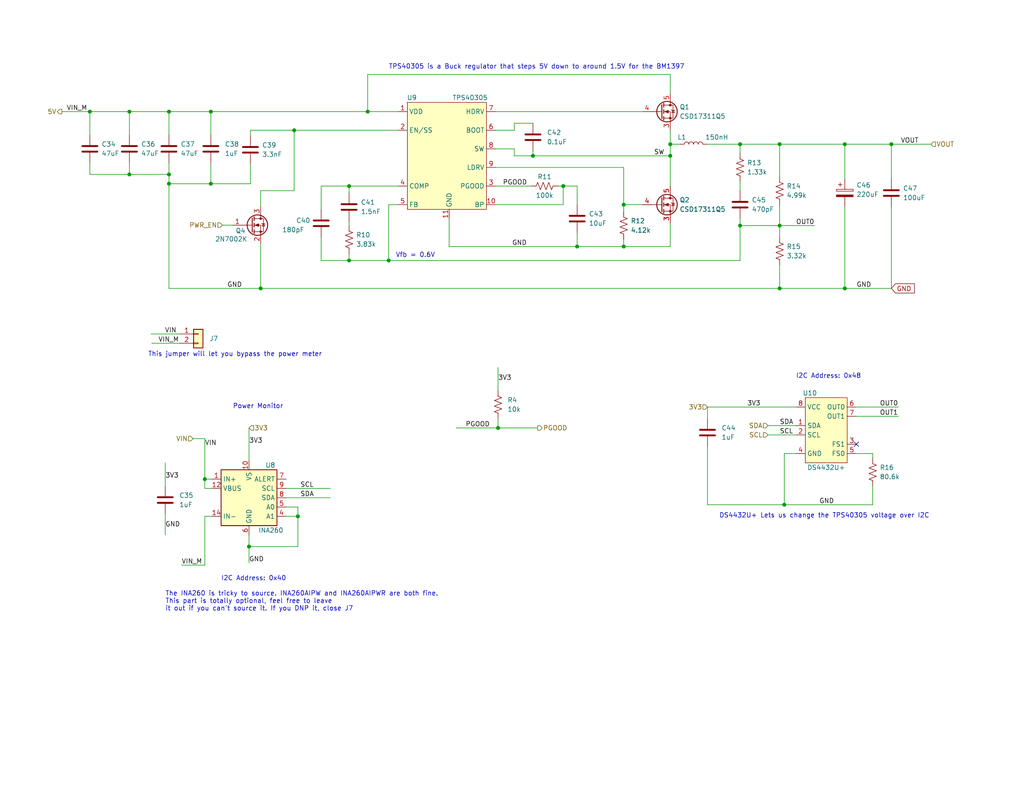
<source format=kicad_sch>
(kicad_sch (version 20230121) (generator eeschema)
  (paper "A")
  (title_block (title "BM1366 bitaxe") (date "2023-10-10") (rev "202"))
  (lib_symbols
    (symbol "Connector_Generic:Conn_01x02" (pin_names (offset 1.016) hide)
      (property "Reference" "J" (at 0 2.54 0))
      (property "Value" "Conn_01x02" (at 0 -5.08 0))
      (symbol "Conn_01x02_1_1"
        (rectangle (start -1.27 -2.413) (end 0 -2.667) (stroke (width 0.1524)))
        (rectangle (start -1.27 0.127) (end 0 -0.127) (stroke (width 0.1524)))
        (rectangle (start -1.27 1.27) (end 1.27 -3.81) (stroke (width 0.254)) (fill (type background)))
        (pin passive line (at -5.08 0 0) (length 3.81) (name "Pin_1") (number "1"))
        (pin passive line (at -5.08 -2.54 0) (length 3.81) (name "Pin_2") (number "2"))
      )
    )
    (symbol "Device:C" (pin_numbers hide) (pin_names (offset 0.254))
      (property "Reference" "C" (at 0.635 2.54 0))
      (property "Value" "C" (at 0.635 -2.54 0))
      (symbol "C_0_1"
        (polyline (pts (xy -2.032 -0.762) (xy 2.032 -0.762)) (stroke (width 0.508)))
        (polyline (pts (xy -2.032 0.762) (xy 2.032 0.762)) (stroke (width 0.508)))
      )
      (symbol "C_1_1"
        (pin passive line (at 0 3.81 270) (length 2.794) (name "~") (number "1"))
        (pin passive line (at 0 -3.81 90) (length 2.794) (name "~") (number "2"))
      )
    )
    (symbol "Device:C_Polarized" (pin_numbers hide) (pin_names (offset 0.254))
      (property "Reference" "C" (at 0.635 2.54 0))
      (property "Value" "C_Polarized" (at 0.635 -2.54 0))
      (symbol "C_Polarized_0_1"
        (rectangle (start -2.286 0.508) (end 2.286 1.016))
        (polyline (pts (xy -1.778 2.286) (xy -0.762 2.286)))
        (polyline (pts (xy -1.27 2.794) (xy -1.27 1.778)))
        (rectangle (start 2.286 -0.508) (end -2.286 -1.016) (fill (type outline)))
      )
      (symbol "C_Polarized_1_1"
        (pin passive line (at 0 3.81 270) (length 2.794) (name "~") (number "1"))
        (pin passive line (at 0 -3.81 90) (length 2.794) (name "~") (number "2"))
      )
    )
    (symbol "Device:L" (pin_numbers hide) (pin_names (offset 1.016) hide)
      (property "Reference" "L" (at -1.27 0 90))
      (property "Value" "L" (at 1.905 0 90))
      (symbol "L_0_1"
        (arc (start 0 -2.54) (mid 0.6323 -1.905) (end 0 -1.27))
        (arc (start 0 -1.27) (mid 0.6323 -0.635) (end 0 0))
        (arc (start 0 0) (mid 0.6323 0.635) (end 0 1.27))
        (arc (start 0 1.27) (mid 0.6323 1.905) (end 0 2.54))
      )
      (symbol "L_1_1"
        (pin passive line (at 0 3.81 270) (length 1.27) (name "1") (number "1"))
        (pin passive line (at 0 -3.81 90) (length 1.27) (name "2") (number "2"))
      )
    )
    (symbol "Device:R_US" (pin_numbers hide) (pin_names (offset 0))
      (property "Reference" "R" (at 2.54 0 90))
      (property "Value" "R_US" (at -2.54 0 90))
      (symbol "R_US_0_1"
        (polyline (pts (xy 0 -2.286) (xy 0 -2.54)))
        (polyline (pts (xy 0 2.286) (xy 0 2.54)))
        (polyline (pts (xy 0 -0.762) (xy 1.016 -1.143) (xy 0 -1.524) (xy -1.016 -1.905) (xy 0 -2.286)))
        (polyline (pts (xy 0 0.762) (xy 1.016 0.381) (xy 0 0) (xy -1.016 -0.381) (xy 0 -0.762)))
        (polyline (pts (xy 0 2.286) (xy 1.016 1.905) (xy 0 1.524) (xy -1.016 1.143) (xy 0 0.762)))
      )
      (symbol "R_US_1_1"
        (pin passive line (at 0 3.81 270) (length 1.27) (name "~") (number "1"))
        (pin passive line (at 0 -3.81 90) (length 1.27) (name "~") (number "2"))
      )
    )
    (symbol "Sensor:INA260"
      (property "Reference" "U" (at -6.35 8.89 0))
      (property "Value" "INA260" (at 2.54 8.89 0))
      (symbol "INA260_0_1"
        (rectangle (start -7.62 7.62) (end 7.62 -7.62) (stroke (width 0.254)) (fill (type background)))
      )
      (symbol "INA260_1_1"
        (pin passive line (at -10.16 5.08 0) (length 2.54) (name "IN+") (number "1"))
        (pin power_in line (at 0 10.16 270) (length 2.54) (name "VS") (number "10"))
        (pin passive line (at 0 -10.16 90) (length 2.54) hide (name "GND") (number "11"))
        (pin passive line (at -10.16 2.54 0) (length 2.54) (name "VBUS") (number "12"))
        (pin no_connect line (at 2.54 -7.62 90) (length 2.54) hide (name "NC") (number "13"))
        (pin passive line (at -10.16 -5.08 0) (length 2.54) (name "IN-") (number "14"))
        (pin passive line (at -10.16 -5.08 0) (length 2.54) hide (name "IN-") (number "15"))
        (pin passive line (at -10.16 -5.08 0) (length 2.54) hide (name "IN-") (number "16"))
        (pin passive line (at -10.16 5.08 0) (length 2.54) hide (name "IN+") (number "2"))
        (pin passive line (at -10.16 5.08 0) (length 2.54) hide (name "IN+") (number "3"))
        (pin input line (at 10.16 -5.08 180) (length 2.54) (name "A1") (number "4"))
        (pin input line (at 10.16 -2.54 180) (length 2.54) (name "A0") (number "5"))
        (pin power_in line (at 0 -10.16 90) (length 2.54) (name "GND") (number "6"))
        (pin open_collector line (at 10.16 5.08 180) (length 2.54) (name "ALERT") (number "7"))
        (pin bidirectional line (at 10.16 0 180) (length 2.54) (name "SDA") (number "8"))
        (pin input line (at 10.16 2.54 180) (length 2.54) (name "SCL") (number "9"))
      )
    )
    (symbol "Transistor_FET:2N7002K" (pin_names hide)
      (property "Reference" "Q" (at 5.08 1.905 0))
      (property "Value" "2N7002K" (at 5.08 0 0))
      (symbol "2N7002K_0_1"
        (polyline (pts (xy 0.254 0) (xy -2.54 0)))
        (polyline (pts (xy 0.254 1.905) (xy 0.254 -1.905)) (stroke (width 0.254)))
        (polyline (pts (xy 0.762 -1.27) (xy 0.762 -2.286)) (stroke (width 0.254)))
        (polyline (pts (xy 0.762 0.508) (xy 0.762 -0.508)) (stroke (width 0.254)))
        (polyline (pts (xy 0.762 2.286) (xy 0.762 1.27)) (stroke (width 0.254)))
        (polyline (pts (xy 2.54 2.54) (xy 2.54 1.778)))
        (polyline (pts (xy 2.54 -2.54) (xy 2.54 0) (xy 0.762 0)))
        (polyline (pts (xy 0.762 -1.778) (xy 3.302 -1.778) (xy 3.302 1.778) (xy 0.762 1.778)))
        (polyline (pts (xy 1.016 0) (xy 2.032 0.381) (xy 2.032 -0.381) (xy 1.016 0)) (fill (type outline)))
        (polyline (pts (xy 2.794 0.508) (xy 2.921 0.381) (xy 3.683 0.381) (xy 3.81 0.254)))
        (polyline (pts (xy 3.302 0.381) (xy 2.921 -0.254) (xy 3.683 -0.254) (xy 3.302 0.381)))
        (circle (center 1.651 0) (radius 2.794) (stroke (width 0.254)))
        (circle (center 2.54 -1.778) (radius 0.254) (fill (type outline)))
        (circle (center 2.54 1.778) (radius 0.254) (fill (type outline)))
      )
      (symbol "2N7002K_1_1"
        (pin input line (at -5.08 0 0) (length 2.54) (name "G") (number "1"))
        (pin passive line (at 2.54 -5.08 90) (length 2.54) (name "S") (number "2"))
        (pin passive line (at 2.54 5.08 270) (length 2.54) (name "D") (number "3"))
      )
    )
    (symbol "bitaxe:DS4432U+"
      (property "Reference" "U10" (at -5.08 10.16 0))
      (property "Value" "DS4432U+" (at -0.635 -10.16 0))
      (symbol "DS4432U+_0_1"
        (rectangle (start -6.35 8.89) (end 5.08 -8.89) (stroke (width 0.1524)) (fill (type background)))
      )
      (symbol "DS4432U+_1_1"
        (pin input line (at -8.89 1.27 0) (length 2.54) (name "SDA") (number "1"))
        (pin input line (at -8.89 -1.27 0) (length 2.54) (name "SCL") (number "2"))
        (pin input line (at 7.62 -3.81 180) (length 2.54) (name "FS1") (number "3"))
        (pin power_in line (at -8.89 -6.35 0) (length 2.54) (name "GND") (number "4"))
        (pin input line (at 7.62 -6.35 180) (length 2.54) (name "FS0") (number "5"))
        (pin output line (at 7.62 6.35 180) (length 2.54) (name "OUT0") (number "6"))
        (pin output line (at 7.62 3.81 180) (length 2.54) (name "OUT1") (number "7"))
        (pin power_in line (at -8.89 6.35 0) (length 2.54) (name "VCC") (number "8"))
      )
    )
    (symbol "bitaxe:Q_NMOS_CSD17311Q5_1" (pin_names (offset 0) hide)
      (property "Reference" "Q1" (at 5.08 1.27 0))
      (property "Value" "CSD17311Q5" (at 5.08 -1.27 0))
      (symbol "Q_NMOS_CSD17311Q5_1_0_1"
        (polyline (pts (xy 0.254 0) (xy -2.54 0)))
        (polyline (pts (xy 0.254 1.905) (xy 0.254 -1.905)) (stroke (width 0.254)))
        (polyline (pts (xy 0.762 -1.27) (xy 0.762 -2.286)) (stroke (width 0.254)))
        (polyline (pts (xy 0.762 0.508) (xy 0.762 -0.508)) (stroke (width 0.254)))
        (polyline (pts (xy 0.762 2.286) (xy 0.762 1.27)) (stroke (width 0.254)))
        (polyline (pts (xy 2.54 2.54) (xy 2.54 1.778)))
        (polyline (pts (xy 2.54 -2.54) (xy 2.54 0) (xy 0.762 0)))
        (polyline (pts (xy 0.762 -1.778) (xy 3.302 -1.778) (xy 3.302 1.778) (xy 0.762 1.778)))
        (polyline (pts (xy 1.016 0) (xy 2.032 0.381) (xy 2.032 -0.381) (xy 1.016 0)) (fill (type outline)))
        (polyline (pts (xy 2.794 0.508) (xy 2.921 0.381) (xy 3.683 0.381) (xy 3.81 0.254)))
        (polyline (pts (xy 3.302 0.381) (xy 2.921 -0.254) (xy 3.683 -0.254) (xy 3.302 0.381)))
        (circle (center 1.651 0) (radius 2.794) (stroke (width 0.254)))
        (circle (center 2.54 -1.778) (radius 0.254) (fill (type outline)))
        (circle (center 2.54 1.778) (radius 0.254) (fill (type outline)))
      )
      (symbol "Q_NMOS_CSD17311Q5_1_1_1"
        (pin passive line (at 2.54 -5.08 90) (length 2.54) hide (name "") (number "1"))
        (pin passive line (at 2.54 -5.08 90) (length 2.54) hide (name "") (number "2"))
        (pin passive line (at 2.54 -5.08 90) (length 2.54) (name "S") (number "3"))
        (pin input line (at -5.08 0 0) (length 2.54) (name "G") (number "4"))
        (pin passive line (at 2.54 5.08 270) (length 2.54) (name "D") (number "5"))
      )
    )
    (symbol "bitaxe:TPS40305"
      (property "Reference" "U9" (at -10.16 16.51 0))
      (property "Value" "TPS40305" (at 5.715 16.51 0))
      (symbol "TPS40305_0_1"
        (rectangle (start -11.43 15.24) (end 10.16 -13.97) (stroke (width 0.1524)) (fill (type background)))
      )
      (symbol "TPS40305_1_1"
        (pin input line (at -13.97 12.7 0) (length 2.54) (name "VDD") (number "1"))
        (pin input line (at 12.7 -12.7 180) (length 2.54) (name "BP") (number "10"))
        (pin input line (at 0 -16.51 90) (length 2.54) (name "GND") (number "11"))
        (pin input line (at -13.97 7.62 0) (length 2.54) (name "EN/SS") (number "2"))
        (pin input line (at 12.7 -7.62 180) (length 2.54) (name "PGOOD") (number "3"))
        (pin input line (at -13.97 -7.62 0) (length 2.54) (name "COMP") (number "4"))
        (pin input line (at -13.97 -12.7 0) (length 2.54) (name "FB") (number "5"))
        (pin input line (at 12.7 7.62 180) (length 2.54) (name "BOOT") (number "6"))
        (pin input line (at 12.7 12.7 180) (length 2.54) (name "HDRV") (number "7"))
        (pin input line (at 12.7 2.54 180) (length 2.54) (name "SW") (number "8"))
        (pin input line (at 12.7 -2.54 180) (length 2.54) (name "LDRV") (number "9"))
      )
    )
  )
  (junction (at 135.89 116.84))
  (junction (at 46.101 50.165))
  (junction (at 201.93 61.595))
  (junction (at 46.101 47.625))
  (junction (at 153.67 50.8))
  (junction (at 213.995 137.795))
  (junction (at 24.511 30.48))
  (junction (at 145.415 42.545))
  (junction (at 182.88 42.545))
  (junction (at 212.725 78.74))
  (junction (at 95.25 50.8))
  (junction (at 182.88 39.37))
  (junction (at 170.18 55.88))
  (junction (at 230.505 78.74))
  (junction (at 212.725 39.37))
  (junction (at 35.306 47.625))
  (junction (at 57.531 30.48))
  (junction (at 100.33 30.48))
  (junction (at 106.045 71.12))
  (junction (at 67.945 149.225))
  (junction (at 35.306 30.48))
  (junction (at 230.505 39.37))
  (junction (at 212.725 61.595))
  (junction (at 81.28 140.97))
  (junction (at 157.48 67.31))
  (junction (at 46.101 30.48))
  (junction (at 57.531 50.165))
  (junction (at 243.205 39.37))
  (junction (at 80.264 35.56))
  (junction (at 55.88 130.81))
  (junction (at 201.93 39.37))
  (junction (at 95.25 71.12))
  (junction (at 71.12 78.74))
  (junction (at 170.18 67.31))
  (no_connect (at 233.68 121.285))
  (wire (pts (xy 243.205 39.37) (xy 230.505 39.37)))
  (wire (pts (xy 193.04 111.125) (xy 217.17 111.125)))
  (wire (pts (xy 60.706 61.468) (xy 63.5 61.468)))
  (wire (pts (xy 157.48 63.5) (xy 157.48 67.31)))
  (wire (pts (xy 24.511 30.48) (xy 35.306 30.48)))
  (wire (pts (xy 108.585 50.8) (xy 95.25 50.8)))
  (wire (pts (xy 182.88 35.56) (xy 182.88 39.37)))
  (wire (pts (xy 243.205 48.895) (xy 243.205 39.37)))
  (wire (pts (xy 170.18 55.88) (xy 175.26 55.88)))
  (wire (pts (xy 67.945 116.84) (xy 67.945 125.73)))
  (wire (pts (xy 95.25 60.325) (xy 95.25 61.595)))
  (wire (pts (xy 57.531 44.45) (xy 57.531 50.165)))
  (wire (pts (xy 212.725 55.88) (xy 212.725 61.595)))
  (wire (pts (xy 170.18 45.72) (xy 170.18 55.88)))
  (wire (pts (xy 55.88 130.81) (xy 55.88 119.761)))
  (wire (pts (xy 35.306 44.45) (xy 35.306 47.625)))
  (wire (pts (xy 170.18 67.31) (xy 170.18 65.405)))
  (wire (pts (xy 233.68 113.665) (xy 245.11 113.665)))
  (wire (pts (xy 68.326 44.704) (xy 68.326 50.165)))
  (wire (pts (xy 182.88 20.32) (xy 100.33 20.32)))
  (wire (pts (xy 193.04 114.3) (xy 193.04 111.125)))
  (wire (pts (xy 201.93 39.37) (xy 201.93 41.91)))
  (wire (pts (xy 57.785 133.35) (xy 55.88 133.35)))
  (wire (pts (xy 35.306 47.625) (xy 46.101 47.625)))
  (wire (pts (xy 243.205 39.37) (xy 254 39.37)))
  (wire (pts (xy 55.88 140.97) (xy 55.88 154.305)))
  (wire (pts (xy 80.264 35.56) (xy 68.326 35.56)))
  (wire (pts (xy 124.46 116.84) (xy 135.89 116.84)))
  (wire (pts (xy 87.63 71.12) (xy 87.63 64.77)))
  (wire (pts (xy 87.63 50.8) (xy 87.63 57.15)))
  (wire (pts (xy 49.53 154.305) (xy 55.88 154.305)))
  (wire (pts (xy 209.55 116.205) (xy 217.17 116.205)))
  (wire (pts (xy 46.101 50.165) (xy 57.531 50.165)))
  (wire (pts (xy 78.105 138.43) (xy 81.28 138.43)))
  (wire (pts (xy 122.555 67.31) (xy 157.48 67.31)))
  (wire (pts (xy 81.28 149.225) (xy 67.945 149.225)))
  (wire (pts (xy 80.264 52.07) (xy 80.264 35.56)))
  (wire (pts (xy 213.995 123.825) (xy 217.17 123.825)))
  (wire (pts (xy 46.101 78.74) (xy 71.12 78.74)))
  (wire (pts (xy 201.93 49.53) (xy 201.93 52.07)))
  (wire (pts (xy 57.785 130.81) (xy 55.88 130.81)))
  (wire (pts (xy 57.531 30.48) (xy 57.531 36.83)))
  (wire (pts (xy 95.25 69.215) (xy 95.25 71.12)))
  (wire (pts (xy 212.725 72.39) (xy 212.725 78.74)))
  (wire (pts (xy 41.402 93.726) (xy 49.022 93.726)))
  (wire (pts (xy 157.48 67.31) (xy 170.18 67.31)))
  (wire (pts (xy 238.125 132.715) (xy 238.125 137.795)))
  (wire (pts (xy 153.67 55.88) (xy 153.67 50.8)))
  (wire (pts (xy 230.505 39.37) (xy 230.505 48.895)))
  (wire (pts (xy 212.725 61.595) (xy 212.725 64.77)))
  (wire (pts (xy 140.335 40.64) (xy 140.335 42.545)))
  (wire (pts (xy 71.12 52.07) (xy 80.264 52.07)))
  (wire (pts (xy 182.88 60.96) (xy 182.88 67.31)))
  (wire (pts (xy 81.28 138.43) (xy 81.28 140.97)))
  (wire (pts (xy 135.255 45.72) (xy 170.18 45.72)))
  (wire (pts (xy 135.255 40.64) (xy 140.335 40.64)))
  (wire (pts (xy 24.511 47.625) (xy 35.306 47.625)))
  (wire (pts (xy 233.68 111.125) (xy 245.11 111.125)))
  (wire (pts (xy 135.255 55.88) (xy 153.67 55.88)))
  (wire (pts (xy 24.511 36.83) (xy 24.511 30.48)))
  (wire (pts (xy 230.505 56.515) (xy 230.505 78.74)))
  (wire (pts (xy 46.101 30.48) (xy 46.101 36.83)))
  (wire (pts (xy 152.4 50.8) (xy 153.67 50.8)))
  (wire (pts (xy 35.306 30.48) (xy 46.101 30.48)))
  (wire (pts (xy 213.995 137.795) (xy 213.995 123.825)))
  (wire (pts (xy 45.085 140.335) (xy 45.085 146.05)))
  (wire (pts (xy 140.335 42.545) (xy 145.415 42.545)))
  (wire (pts (xy 230.505 39.37) (xy 212.725 39.37)))
  (wire (pts (xy 100.33 20.32) (xy 100.33 30.48)))
  (wire (pts (xy 182.88 67.31) (xy 170.18 67.31)))
  (wire (pts (xy 67.945 149.225) (xy 67.945 153.67)))
  (wire (pts (xy 233.68 123.825) (xy 238.125 123.825)))
  (wire (pts (xy 135.89 116.84) (xy 146.685 116.84)))
  (wire (pts (xy 170.18 55.88) (xy 170.18 57.785)))
  (wire (pts (xy 182.88 42.545) (xy 182.88 50.8)))
  (wire (pts (xy 95.25 71.12) (xy 87.63 71.12)))
  (wire (pts (xy 46.101 30.48) (xy 57.531 30.48)))
  (wire (pts (xy 230.505 78.74) (xy 243.205 78.74)))
  (wire (pts (xy 193.04 137.795) (xy 213.995 137.795)))
  (wire (pts (xy 78.105 140.97) (xy 81.28 140.97)))
  (wire (pts (xy 67.945 146.05) (xy 67.945 149.225)))
  (wire (pts (xy 135.255 50.8) (xy 144.78 50.8)))
  (wire (pts (xy 106.045 71.12) (xy 95.25 71.12)))
  (wire (pts (xy 157.48 50.8) (xy 157.48 55.88)))
  (wire (pts (xy 35.306 30.48) (xy 35.306 36.83)))
  (wire (pts (xy 135.89 114.3) (xy 135.89 116.84)))
  (wire (pts (xy 71.12 66.548) (xy 71.12 78.74)))
  (wire (pts (xy 46.101 47.625) (xy 46.101 50.165)))
  (wire (pts (xy 145.415 42.545) (xy 182.88 42.545)))
  (wire (pts (xy 182.88 25.4) (xy 182.88 20.32)))
  (wire (pts (xy 46.101 50.165) (xy 46.101 78.74)))
  (wire (pts (xy 24.511 44.45) (xy 24.511 47.625)))
  (wire (pts (xy 46.101 44.45) (xy 46.101 47.625)))
  (wire (pts (xy 122.555 59.69) (xy 122.555 67.31)))
  (wire (pts (xy 212.725 61.595) (xy 222.25 61.595)))
  (wire (pts (xy 212.725 78.74) (xy 230.505 78.74)))
  (wire (pts (xy 193.04 39.37) (xy 201.93 39.37)))
  (wire (pts (xy 209.55 118.745) (xy 217.17 118.745)))
  (wire (pts (xy 108.585 55.88) (xy 106.045 55.88)))
  (wire (pts (xy 108.585 35.56) (xy 80.264 35.56)))
  (wire (pts (xy 57.785 140.97) (xy 55.88 140.97)))
  (wire (pts (xy 201.93 39.37) (xy 212.725 39.37)))
  (wire (pts (xy 153.67 50.8) (xy 157.48 50.8)))
  (wire (pts (xy 140.335 35.56) (xy 140.335 33.655)))
  (wire (pts (xy 201.93 59.69) (xy 201.93 61.595)))
  (wire (pts (xy 41.148 91.186) (xy 49.022 91.186)))
  (wire (pts (xy 243.205 56.515) (xy 243.205 78.74)))
  (wire (pts (xy 201.93 71.12) (xy 106.045 71.12)))
  (wire (pts (xy 71.12 52.07) (xy 71.12 56.388)))
  (wire (pts (xy 95.25 50.8) (xy 87.63 50.8)))
  (wire (pts (xy 57.531 30.48) (xy 100.33 30.48)))
  (wire (pts (xy 140.335 33.655) (xy 145.415 33.655)))
  (wire (pts (xy 145.415 41.275) (xy 145.415 42.545)))
  (wire (pts (xy 45.085 126.365) (xy 45.085 132.715)))
  (wire (pts (xy 135.255 30.48) (xy 175.26 30.48)))
  (wire (pts (xy 55.88 133.35) (xy 55.88 130.81)))
  (wire (pts (xy 100.33 30.48) (xy 108.585 30.48)))
  (wire (pts (xy 68.326 35.56) (xy 68.326 37.084)))
  (wire (pts (xy 212.725 39.37) (xy 212.725 48.26)))
  (wire (pts (xy 182.88 39.37) (xy 185.42 39.37)))
  (wire (pts (xy 135.89 100.33) (xy 135.89 106.68)))
  (wire (pts (xy 238.125 123.825) (xy 238.125 125.095)))
  (wire (pts (xy 201.93 61.595) (xy 201.93 71.12)))
  (wire (pts (xy 135.255 35.56) (xy 140.335 35.56)))
  (wire (pts (xy 78.105 133.35) (xy 90.17 133.35)))
  (wire (pts (xy 81.28 140.97) (xy 81.28 149.225)))
  (wire (pts (xy 106.045 55.88) (xy 106.045 71.12)))
  (wire (pts (xy 182.88 39.37) (xy 182.88 42.545)))
  (wire (pts (xy 238.125 137.795) (xy 213.995 137.795)))
  (wire (pts (xy 193.04 121.92) (xy 193.04 137.795)))
  (wire (pts (xy 52.705 119.761) (xy 55.88 119.761)))
  (wire (pts (xy 16.891 30.48) (xy 24.511 30.48)))
  (wire (pts (xy 78.105 135.89) (xy 90.17 135.89)))
  (wire (pts (xy 57.531 50.165) (xy 68.326 50.165)))
  (wire (pts (xy 201.93 61.595) (xy 212.725 61.595)))
  (wire (pts (xy 71.12 78.74) (xy 212.725 78.74)))
  (wire (pts (xy 95.25 50.8) (xy 95.25 52.705)))
  (text "DS4432U+ Lets us change the TPS40305 voltage over I2C" (at 196.215 141.605 0) (effects (font (size 1.27 1.27)) (justify left bottom)))
  (text "I2C Address: 0x48" (at 217.17 103.505 0) (effects (font (size 1.27 1.27)) (justify left bottom)))
  (text "The INA260 is tricky to source. INA260AIPW and INA260AIPWR are both fine.\nThis part is totally optional, feel free to leave \nit out if you can't source it. If you DNP it, close J7" (at 45.085 167.005 0) (effects (font (size 1.27 1.27)) (justify left bottom)))
  (text "Power Monitor" (at 63.5 111.76 0) (effects (font (size 1.27 1.27)) (justify left bottom)))
  (text "TPS40305 is a Buck regulator that steps 5V down to around 1.5V for the BM1397" (at 106.045 19.05 0) (effects (font (size 1.27 1.27)) (justify left bottom)))
  (text "I2C Address: 0x40" (at 60.325 158.75 0) (effects (font (size 1.27 1.27)) (justify left bottom)))
  (text "Vfb = 0.6V" (at 107.95 70.485 0) (effects (font (size 1.27 1.27)) (justify left bottom)))
  (text "This jumper will let you bypass the power meter" (at 40.386 97.536 0) (effects (font (size 1.27 1.27)) (justify left bottom)))
  (label "3V3" (at 203.835 111.125 0))
  (label "SDA" (at 212.725 116.205 0))
  (label "VIN_M" (at 18.161 30.48 0))
  (label "GND" (at 233.68 78.74 0))
  (label "VIN_M" (at 49.53 154.305 0))
  (label "GND" (at 61.976 78.74 0))
  (label "VIN" (at 44.958 91.186 0))
  (label "GND" (at 67.945 153.67 0))
  (label "3V3" (at 67.945 121.285 0))
  (label "PGOOD" (at 137.16 50.8 0))
  (label "GND" (at 45.085 144.145 0))
  (label "SCL" (at 81.915 133.35 0))
  (label "VOUT" (at 245.745 39.37 0))
  (label "3V3" (at 45.085 130.81 0))
  (label "OUT1" (at 240.03 113.665 0))
  (label "SCL" (at 212.725 118.745 0))
  (label "SDA" (at 81.915 135.89 0))
  (label "OUT0" (at 217.17 61.595 0))
  (label "OUT0" (at 240.03 111.125 0))
  (label "GND" (at 223.52 137.795 0))
  (label "VIN_M" (at 43.18 93.726 0))
  (label "3V3" (at 135.89 104.14 0))
  (label "PGOOD" (at 127 116.84 0))
  (label "SW" (at 178.435 42.545 0))
  (label "GND" (at 139.7 67.31 0))
  (label "VIN" (at 55.88 121.92 0))
  (global_label "GND" (shape input) (at 243.205 78.74 0) (property "Intersheetrefs" "${INTERSHEET_REFS}" (effects hide)))
  (hierarchical_label "SDA" (shape input) (at 209.55 116.205 180))
  (hierarchical_label "5V" (shape output) (at 16.891 30.48 180))
  (hierarchical_label "SCL" (shape input) (at 209.55 118.745 180))
  (hierarchical_label "3V3" (shape input) (at 67.945 116.84 0))
  (hierarchical_label "VOUT" (shape input) (at 254 39.37 0))
  (hierarchical_label "VIN" (shape input) (at 52.705 119.761 180))
  (hierarchical_label "PWR_EN" (shape input) (at 60.706 61.468 180))
  (hierarchical_label "3V3" (shape input) (at 193.04 111.125 180))
  (hierarchical_label "PGOOD" (shape output) (at 146.685 116.84 0))
  (symbol (lib_id "Device:C") (at 157.48 59.69 0) (unit 1)
    (property "Reference" "C43" (at 160.655 58.4199 0) (effects (justify left)))
    (property "Value" "10uF" (at 160.655 60.9599 0) (effects (justify left)))
    (property "Footprint" "Capacitor_SMD:C_0805_2012Metric" (effects hide))
    (property "DK" "1276-1096-1-ND" (effects hide))
    (property "PARTNO" "CL21A106KOQNNNE" (effects hide))
  )
  (symbol (lib_id "Device:R_US") (at 212.725 52.07 0) (unit 1)
    (property "Reference" "R14" (at 214.63 50.7999 0) (effects (justify left)))
    (property "Value" "4.99k" (at 214.63 53.3399 0) (effects (justify left)))
    (property "Footprint" "Resistor_SMD:R_0402_1005Metric" (effects hide))
    (property "DK" "311-4.99KLRCT-ND" (effects hide))
    (property "PARTNO" "RC0402FR-074K99L" (effects hide))
  )
  (symbol (lib_id "Device:C") (at 46.101 40.64 0) (unit 1)
    (property "Reference" "C37" (at 49.276 39.3699 0) (effects (justify left)))
    (property "Value" "47uF" (at 49.276 41.9099 0) (effects (justify left)))
    (property "Footprint" "Capacitor_SMD:C_1210_3225Metric" (effects hide))
    (property "DK" "490-6539-1-ND" (effects hide))
    (property "PARTNO" "GRM32ER61C476KE15L" (effects hide))
  )
  (symbol (lib_id "Device:C_Polarized") (at 230.505 52.705 0) (unit 1)
    (property "Reference" "C46" (at 233.68 50.5459 0) (effects (justify left)))
    (property "Value" "220uF" (at 233.68 53.0859 0) (effects (justify left)))
    (property "Footprint" "bitaxe:CAP_2R5TPE220MAFB" (effects hide))
    (property "Datasheet" "https://media.digikey.com/pdf/Data%20Sheets/Panasonic%20Capacitors%20PDFs/TPE_Series_POSCAP_Rev02_Oct_2017.pdf" (effects hide))
    (property "PARTNO" "2R5TPE220MAFB" (effects hide))
    (property "DK" "P16200CT-ND" (effects hide))
  )
  (symbol (lib_id "bitaxe:TPS40305") (at 122.555 43.18 0) (unit 1)
    (property "Reference" "U9" (at 112.395 26.67 0))
    (property "Value" "TPS40305" (at 128.27 26.67 0))
    (property "Footprint" "bitaxe:TPS40305" (effects hide))
    (property "Datasheet" "https://www.ti.com/lit/ds/symlink/tps40303.pdf" (effects hide))
    (property "DK" "296-37445-1-ND" (effects hide))
    (property "PARTNO" "TPS40305DRCR" (effects hide))
  )
  (symbol (lib_id "Sensor:INA260") (at 67.945 135.89 0) (unit 1)
    (property "Reference" "U8" (at 72.39 127 0) (effects (justify left)))
    (property "Value" "INA260" (at 70.485 144.78 0) (effects (justify left)))
    (property "Footprint" "Package_SO:TSSOP-16_4.4x5mm_P0.65mm" (effects hide))
    (property "Datasheet" "http://www.ti.com/lit/ds/symlink/ina260.pdf" (effects hide))
    (property "PARTNO" "INA260AIPW" (effects hide))
    (property "DK" "296-45218-5-ND" (effects hide))
  )
  (symbol (lib_id "Device:C") (at 24.511 40.64 0) (unit 1)
    (property "Reference" "C34" (at 27.686 39.3699 0) (effects (justify left)))
    (property "Value" "47uF" (at 27.686 41.9099 0) (effects (justify left)))
    (property "Footprint" "Capacitor_SMD:C_1210_3225Metric" (effects hide))
    (property "DK" "490-6539-1-ND" (effects hide))
    (property "PARTNO" "GRM32ER61C476KE15L" (effects hide))
  )
  (symbol (lib_id "bitaxe:Q_NMOS_CSD17311Q5_1") (at 180.34 55.88 0) (unit 1)
    (property "Reference" "Q2" (at 185.42 54.61 0) (effects (justify left)))
    (property "Value" "CSD17311Q5" (at 185.42 57.15 0) (effects (justify left)))
    (property "Footprint" "bitaxe:CSD17311Q5" (effects hide))
    (property "Datasheet" "https://www.ti.com/lit/ds/symlink/csd17311q5.pdf" (effects hide))
    (property "DK" "296-27625-1-ND" (effects hide))
    (property "PARTNO" "CSD17311Q5" (effects hide))
  )
  (symbol (lib_id "Device:C") (at 68.326 40.894 0) (unit 1)
    (property "Reference" "C39" (at 71.501 39.6239 0) (effects (justify left)))
    (property "Value" "3.3nF" (at 71.501 42.1639 0) (effects (justify left)))
    (property "Footprint" "Capacitor_SMD:C_0402_1005Metric" (effects hide))
    (property "DK" "1276-1552-1-ND" (effects hide))
    (property "PARTNO" "CL05B332KB5NNNC" (effects hide))
  )
  (symbol (lib_id "Device:C") (at 35.306 40.64 0) (unit 1)
    (property "Reference" "C36" (at 38.481 39.3699 0) (effects (justify left)))
    (property "Value" "47uF" (at 38.481 41.9099 0) (effects (justify left)))
    (property "Footprint" "Capacitor_SMD:C_1210_3225Metric" (effects hide))
    (property "DK" "490-6539-1-ND" (effects hide))
    (property "PARTNO" "GRM32ER61C476KE15L" (effects hide))
  )
  (symbol (lib_id "Device:C") (at 57.531 40.64 0) (unit 1)
    (property "Reference" "C38" (at 61.341 39.3699 0) (effects (justify left)))
    (property "Value" "1uF" (at 61.341 41.9099 0) (effects (justify left)))
    (property "Footprint" "Capacitor_SMD:C_0805_2012Metric" (effects hide))
    (property "DK" "1276-6471-1-ND" (effects hide))
    (property "PARTNO" "CL21B105KOFNNNG" (effects hide))
  )
  (symbol (lib_id "bitaxe:DS4432U+") (at 226.06 117.475 0) (unit 1)
    (property "Reference" "U10" (at 220.98 107.315 0))
    (property "Value" "DS4432U+" (at 225.425 127.635 0))
    (property "Footprint" "Package_SO:TSSOP-8_3x3mm_P0.65mm" (effects hide))
    (property "Datasheet" "https://datasheets.maximintegrated.com/en/ds/DS4432.pdf" (effects hide))
    (property "DK" "DS4432U+-ND" (effects hide))
    (property "PARTNO" "DS4432U+" (effects hide))
  )
  (symbol (lib_id "Device:C") (at 243.205 52.705 0) (unit 1)
    (property "Reference" "C47" (at 246.38 51.4349 0) (effects (justify left)))
    (property "Value" "100uF" (at 246.38 53.9749 0) (effects (justify left)))
    (property "Footprint" "Capacitor_SMD:C_1206_3216Metric" (effects hide))
    (property "PARTNO" "C3216X5R0J107M160AB" (effects hide))
    (property "DK" "445-6008-1-ND" (effects hide))
  )
  (symbol (lib_id "Device:C") (at 95.25 56.515 0) (unit 1)
    (property "Reference" "C41" (at 98.425 55.2449 0) (effects (justify left)))
    (property "Value" "1.5nF" (at 98.425 57.7849 0) (effects (justify left)))
    (property "Footprint" "Capacitor_SMD:C_0805_2012Metric" (effects hide))
    (property "DK" "311-1128-1-ND" (effects hide))
    (property "PARTNO" "CC0805KRX7R9BB152" (effects hide))
  )
  (symbol (lib_id "Device:R_US") (at 212.725 68.58 0) (unit 1)
    (property "Reference" "R15" (at 214.63 67.3099 0) (effects (justify left)))
    (property "Value" "3.32k" (at 214.63 69.8499 0) (effects (justify left)))
    (property "Footprint" "Resistor_SMD:R_0402_1005Metric" (effects hide))
    (property "DK" "311-3.32KLRCT-ND" (effects hide))
    (property "PARTNO" "RC0402FR-073K32L" (effects hide))
  )
  (symbol (lib_id "Device:R_US") (at 148.59 50.8 90) (unit 1)
    (property "Reference" "R11" (at 148.59 48.26 90))
    (property "Value" "100k" (at 148.59 53.34 90))
    (property "Footprint" "Resistor_SMD:R_0402_1005Metric" (effects hide))
    (property "DK" "311-100KJRCT-ND" (effects hide))
    (property "PARTNO" "RC0402JR-07100KL" (effects hide))
  )
  (symbol (lib_id "Device:C") (at 145.415 37.465 0) (unit 1)
    (property "Reference" "C42" (at 149.225 36.1949 0) (effects (justify left)))
    (property "Value" "0.1uF" (at 149.225 38.7349 0) (effects (justify left)))
    (property "Footprint" "Capacitor_SMD:C_0402_1005Metric" (effects hide))
    (property "DK" "1292-1639-1-ND" (effects hide))
    (property "PARTNO" "0402X104K100CT" (effects hide))
  )
  (symbol (lib_id "Transistor_FET:2N7002K") (at 68.58 61.468 0) (unit 1)
    (property "Reference" "Q4" (at 64.262 62.992 0) (effects (justify left)))
    (property "Value" "2N7002K" (at 58.674 65.278 0) (effects (justify left)))
    (property "Footprint" "Package_TO_SOT_SMD:SOT-323_SC-70" (effects hide))
    (property "Datasheet" "https://www.diodes.com/assets/Datasheets/ds30896.pdf" (effects hide))
    (property "DK" "2N7002KWCT-ND" (effects hide))
    (property "PARTNO" "2N7002KW" (effects hide))
  )
  (symbol (lib_id "Connector_Generic:Conn_01x02") (at 54.102 91.186 0) (unit 1) (in_bom no)
    (property "Reference" "J7" (at 57.15 92.4559 0) (effects (justify left)))
    (property "Value" "Conn_01x02" (effects hide))
    (property "Footprint" "Connector_PinHeader_2.54mm:PinHeader_1x02_P2.54mm_Vertical" (effects hide))
  )
  (symbol (lib_id "Device:R_US") (at 238.125 128.905 0) (unit 1)
    (property "Reference" "R16" (at 240.03 127.635 0) (effects (justify left)))
    (property "Value" "80.6k" (at 240.03 130.175 0) (effects (justify left)))
    (property "Footprint" "Resistor_SMD:R_0402_1005Metric" (effects hide))
    (property "DK" "311-80.6KLRCT-ND" (effects hide))
    (property "PARTNO" "RC0402FR-0780K6L" (effects hide))
  )
  (symbol (lib_id "Device:C") (at 193.04 118.11 0) (unit 1)
    (property "Reference" "C44" (at 196.85 116.8399 0) (effects (justify left)))
    (property "Value" "1uF" (at 196.85 119.3799 0) (effects (justify left)))
    (property "Footprint" "Capacitor_SMD:C_0402_1005Metric" (effects hide))
    (property "DK" "587-5514-1-ND" (effects hide))
    (property "PARTNO" "EMK105BJ105MV-F" (effects hide))
  )
  (symbol (lib_id "Device:R_US") (at 201.93 45.72 0) (unit 1)
    (property "Reference" "R13" (at 203.835 44.4499 0) (effects (justify left)))
    (property "Value" "1.33k" (at 203.835 46.9899 0) (effects (justify left)))
    (property "Footprint" "Resistor_SMD:R_0402_1005Metric" (effects hide))
    (property "DK" "311-1.33KLRCT-ND" (effects hide))
    (property "PARTNO" "RC0402FR-071K33L" (effects hide))
  )
  (symbol (lib_id "Device:R_US") (at 95.25 65.405 0) (unit 1)
    (property "Reference" "R10" (at 97.155 64.1349 0) (effects (justify left)))
    (property "Value" "3.83k" (at 97.155 66.6749 0) (effects (justify left)))
    (property "Footprint" "Resistor_SMD:R_0402_1005Metric" (effects hide))
    (property "DK" "311-3.83KLRCT-ND" (effects hide))
    (property "PARTNO" "RC0402FR-073K83L" (effects hide))
  )
  (symbol (lib_id "bitaxe:Q_NMOS_CSD17311Q5_1") (at 180.34 30.48 0) (unit 1)
    (property "Reference" "Q1" (at 185.42 29.21 0) (effects (justify left)))
    (property "Value" "CSD17311Q5" (at 185.42 31.75 0) (effects (justify left)))
    (property "Footprint" "bitaxe:CSD17311Q5" (effects hide))
    (property "Datasheet" "https://www.ti.com/lit/ds/symlink/csd17311q5.pdf" (effects hide))
    (property "DK" "296-27625-1-ND" (effects hide))
    (property "PARTNO" "CSD17311Q5" (effects hide))
  )
  (symbol (lib_id "Device:C") (at 201.93 55.88 0) (unit 1)
    (property "Reference" "C45" (at 205.105 54.6099 0) (effects (justify left)))
    (property "Value" "470pF" (at 205.105 57.1499 0) (effects (justify left)))
    (property "Footprint" "Capacitor_SMD:C_0805_2012Metric" (effects hide))
    (property "DK" "1292-1580-1-ND" (effects hide))
    (property "PARTNO" "0805B471K500CT" (effects hide))
  )
  (symbol (lib_id "Device:L") (at 189.23 39.37 90) (unit 1)
    (property "Reference" "L1" (at 186.055 37.465 90))
    (property "Value" "150nH" (at 195.58 37.465 90))
    (property "Footprint" "bitaxe:FP1005R1-R15-R" (effects hide))
    (property "Datasheet" "https://www.eaton.com/content/dam/eaton/products/electronic-components/resources/data-sheet/eaton-fp1005r-high-current-power-inductors-data-sheet.pdf" (effects hide))
    (property "PARTNO" "FP1005R1-R15-R" (effects hide))
    (property "DK" "513-1568-1-ND" (effects hide))
  )
  (symbol (lib_id "Device:R_US") (at 170.18 61.595 0) (unit 1)
    (property "Reference" "R12" (at 172.085 60.3249 0) (effects (justify left)))
    (property "Value" "4.12k" (at 172.085 62.8649 0) (effects (justify left)))
    (property "Footprint" "Resistor_SMD:R_0402_1005Metric" (effects hide))
    (property "DK" "RMCF0402FT4K12CT-ND" (effects hide))
    (property "PARTNO" "RMCF0402FT4K12" (effects hide))
  )
  (symbol (lib_id "Device:C") (at 45.085 136.525 0) (unit 1)
    (property "Reference" "C35" (at 48.895 135.2549 0) (effects (justify left)))
    (property "Value" "1uF" (at 48.895 137.7949 0) (effects (justify left)))
    (property "Footprint" "Capacitor_SMD:C_0402_1005Metric" (effects hide))
    (property "DK" "587-5514-1-ND" (effects hide))
    (property "PARTNO" "EMK105BJ105MV-F" (effects hide))
  )
  (symbol (lib_id "Device:C") (at 87.63 60.96 0) (unit 1)
    (property "Reference" "C40" (at 80.772 60.198 0) (effects (justify left)))
    (property "Value" "180pF" (at 76.962 62.738 0) (effects (justify left)))
    (property "Footprint" "Capacitor_SMD:C_0805_2012Metric" (effects hide))
    (property "DK" "311-1114-1-ND" (effects hide))
    (property "PARTNO" "CC0805JRNPO9BN181" (effects hide))
  )
  (symbol (lib_id "Device:R_US") (at 135.89 110.49 0) (unit 1)
    (property "Reference" "R4" (at 138.43 109.2199 0) (effects (justify left)))
    (property "Value" "10k" (at 138.43 111.7599 0) (effects (justify left)))
    (property "Footprint" "Resistor_SMD:R_0402_1005Metric" (effects hide))
    (property "DK" "311-10KJRCT-ND" (effects hide))
    (property "PARTNO" "RC0402JR-0710KL" (effects hide))
  )
)
</source>
